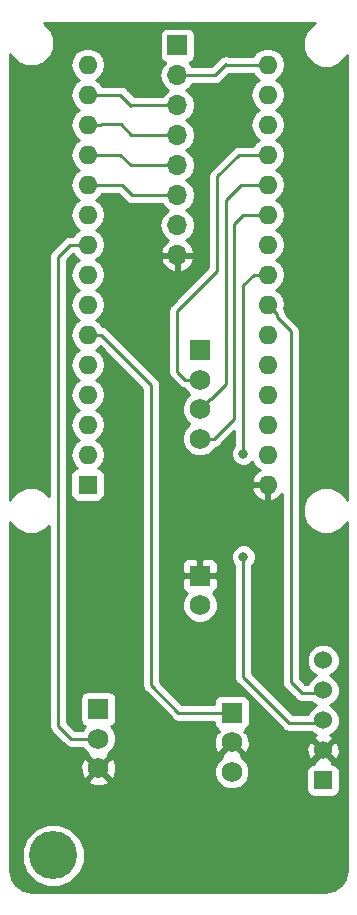
<source format=gtl>
G04 #@! TF.GenerationSoftware,KiCad,Pcbnew,(2018-01-30 revision 342197bb3)-makepkg*
G04 #@! TF.CreationDate,2018-02-10T00:50:16-05:00*
G04 #@! TF.ProjectId,DayClock Circuit,446179436C6F636B2043697263756974,rev?*
G04 #@! TF.SameCoordinates,Original*
G04 #@! TF.FileFunction,Copper,L1,Top,Signal*
G04 #@! TF.FilePolarity,Positive*
%FSLAX46Y46*%
G04 Gerber Fmt 4.6, Leading zero omitted, Abs format (unit mm)*
G04 Created by KiCad (PCBNEW (2018-01-30 revision 342197bb3)-makepkg) date 02/10/18 00:50:16*
%MOMM*%
%LPD*%
G01*
G04 APERTURE LIST*
%ADD10C,1.750000*%
%ADD11R,1.750000X1.750000*%
%ADD12R,1.524000X1.524000*%
%ADD13C,1.524000*%
%ADD14C,4.064000*%
%ADD15O,1.600000X1.600000*%
%ADD16R,1.600000X1.600000*%
%ADD17O,1.700000X1.700000*%
%ADD18R,1.700000X1.700000*%
%ADD19C,0.800000*%
%ADD20C,0.250000*%
%ADD21C,0.254000*%
G04 APERTURE END LIST*
D10*
X19500000Y-64100000D03*
X19500000Y-61600000D03*
D11*
X19500000Y-59100000D03*
X8200000Y-58800000D03*
D10*
X8200000Y-61300000D03*
X8200000Y-63800000D03*
X16800000Y-50000000D03*
D11*
X16800000Y-47500000D03*
D10*
X16800000Y-35900000D03*
X16800000Y-33400000D03*
X16800000Y-30900000D03*
D11*
X16800000Y-28400000D03*
D12*
X27240000Y-64840000D03*
D13*
X27240000Y-62300000D03*
X27240000Y-59760000D03*
X27240000Y-57220000D03*
X27240000Y-54680000D03*
D14*
X4380000Y-71190000D03*
D15*
X22540000Y-4240000D03*
X7300000Y-4240000D03*
X22540000Y-39800000D03*
X7300000Y-6780000D03*
X22540000Y-37260000D03*
X7300000Y-9320000D03*
X22540000Y-34720000D03*
X7300000Y-11860000D03*
X22540000Y-32180000D03*
X7300000Y-14400000D03*
X22540000Y-29640000D03*
X7300000Y-16940000D03*
X22540000Y-27100000D03*
X7300000Y-19480000D03*
X22540000Y-24560000D03*
X7300000Y-22020000D03*
X22540000Y-22020000D03*
X7300000Y-24560000D03*
X22540000Y-19480000D03*
X7300000Y-27100000D03*
X22540000Y-16940000D03*
X7300000Y-29640000D03*
X22540000Y-14400000D03*
X7300000Y-32180000D03*
X22540000Y-11860000D03*
X7300000Y-34720000D03*
X22540000Y-9320000D03*
X7300000Y-37260000D03*
X22540000Y-6780000D03*
D16*
X7300000Y-39800000D03*
D17*
X14900000Y-20380000D03*
X14900000Y-17840000D03*
X14900000Y-15300000D03*
X14900000Y-12760000D03*
X14900000Y-10220000D03*
X14900000Y-7680000D03*
X14900000Y-5140000D03*
D18*
X14900000Y-2600000D03*
D19*
X20500000Y-37200000D03*
X20500000Y-45900000D03*
D20*
X10200000Y-14400000D02*
X11100000Y-15300000D01*
X7300000Y-14400000D02*
X10200000Y-14400000D01*
X11100000Y-15300000D02*
X14900000Y-15300000D01*
X5820000Y-19480000D02*
X4800000Y-20500000D01*
X7300000Y-19480000D02*
X5820000Y-19480000D01*
X4800000Y-20500000D02*
X4800000Y-60200000D01*
X4800000Y-60200000D02*
X5900000Y-61300000D01*
X5900000Y-61300000D02*
X8200000Y-61300000D01*
X20500000Y-22928630D02*
X20500000Y-37200000D01*
X19000000Y-4200000D02*
X19040000Y-4240000D01*
X19040000Y-4240000D02*
X22540000Y-4240000D01*
X18060000Y-5140000D02*
X19000000Y-4200000D01*
X14900000Y-5140000D02*
X18060000Y-5140000D01*
X11000000Y-7700000D02*
X11020000Y-7680000D01*
X11020000Y-7680000D02*
X14900000Y-7680000D01*
X10080000Y-6780000D02*
X11000000Y-7700000D01*
X7300000Y-6780000D02*
X10080000Y-6780000D01*
X10100000Y-9300000D02*
X11020000Y-10220000D01*
X11020000Y-10220000D02*
X14900000Y-10220000D01*
X8451370Y-9300000D02*
X10100000Y-9300000D01*
X7300000Y-9320000D02*
X8431370Y-9320000D01*
X8431370Y-9320000D02*
X8451370Y-9300000D01*
X10060000Y-11860000D02*
X10960000Y-12760000D01*
X7300000Y-11860000D02*
X10060000Y-11860000D01*
X10960000Y-12760000D02*
X14900000Y-12760000D01*
X24500000Y-56500000D02*
X25420000Y-57420000D01*
X25420000Y-57420000D02*
X26940000Y-57420000D01*
X24500000Y-26800000D02*
X24500000Y-56500000D01*
X23339999Y-25639999D02*
X24500000Y-26800000D01*
X22540000Y-24560000D02*
X23339999Y-25359999D01*
X23339999Y-25359999D02*
X23339999Y-25639999D01*
X20500000Y-56100000D02*
X20500000Y-46000000D01*
X20500000Y-56100000D02*
X24360000Y-59960000D01*
X24360000Y-59960000D02*
X26940000Y-59960000D01*
X22540000Y-22020000D02*
X21408630Y-22020000D01*
X21408630Y-22020000D02*
X20500000Y-22928630D01*
X8431370Y-27100000D02*
X12700000Y-31368630D01*
X7300000Y-27100000D02*
X8431370Y-27100000D01*
X12700000Y-31368630D02*
X12700000Y-56800000D01*
X12700000Y-56800000D02*
X15000000Y-59100000D01*
X15000000Y-59100000D02*
X19400000Y-59100000D01*
X19700000Y-22700000D02*
X19700000Y-22500000D01*
X19700000Y-22500000D02*
X19700000Y-17700000D01*
X19700000Y-22500000D02*
X19700000Y-34237436D01*
X19700000Y-34237436D02*
X18037436Y-35900000D01*
X18037436Y-35900000D02*
X16800000Y-35900000D01*
X20460000Y-16940000D02*
X22540000Y-16940000D01*
X19700000Y-17700000D02*
X20460000Y-16940000D01*
X18300000Y-13700000D02*
X20140000Y-11860000D01*
X18300000Y-21700000D02*
X18300000Y-13700000D01*
X14900000Y-25100000D02*
X18300000Y-21700000D01*
X14900000Y-30237436D02*
X14900000Y-25100000D01*
X16800000Y-30900000D02*
X15562564Y-30900000D01*
X15562564Y-30900000D02*
X14900000Y-30237436D01*
X20140000Y-11860000D02*
X22540000Y-11860000D01*
X20300000Y-14400000D02*
X19000000Y-15700000D01*
X22540000Y-14400000D02*
X20300000Y-14400000D01*
X19000000Y-15700000D02*
X19000000Y-31300000D01*
X19000000Y-31300000D02*
X17774999Y-32525001D01*
X17774999Y-32525001D02*
X17674999Y-32525001D01*
X17674999Y-32525001D02*
X16800000Y-33400000D01*
D21*
G36*
X26375588Y-817199D02*
X25817199Y-1375588D01*
X25515000Y-2105159D01*
X25515000Y-2894841D01*
X25817199Y-3624412D01*
X26375588Y-4182801D01*
X27105159Y-4485000D01*
X27894841Y-4485000D01*
X28624412Y-4182801D01*
X29182801Y-3624412D01*
X29265001Y-3425964D01*
X29265000Y-41074035D01*
X29182801Y-40875588D01*
X28624412Y-40317199D01*
X27894841Y-40015000D01*
X27105159Y-40015000D01*
X26375588Y-40317199D01*
X25817199Y-40875588D01*
X25515000Y-41605159D01*
X25515000Y-42394841D01*
X25817199Y-43124412D01*
X26375588Y-43682801D01*
X27105159Y-43985000D01*
X27894841Y-43985000D01*
X28624412Y-43682801D01*
X29182801Y-43124412D01*
X29265000Y-42925967D01*
X29265000Y-72427610D01*
X29117344Y-73169926D01*
X28737862Y-73737861D01*
X28169926Y-74117344D01*
X27427610Y-74265000D01*
X2572390Y-74265000D01*
X1830074Y-74117344D01*
X1262139Y-73737862D01*
X882656Y-73169926D01*
X735000Y-72427610D01*
X735000Y-70659501D01*
X1713000Y-70659501D01*
X1713000Y-71720499D01*
X2119026Y-72700734D01*
X2869266Y-73450974D01*
X3849501Y-73857000D01*
X4910499Y-73857000D01*
X5890734Y-73450974D01*
X6640974Y-72700734D01*
X7047000Y-71720499D01*
X7047000Y-70659501D01*
X6640974Y-69679266D01*
X5890734Y-68929026D01*
X4910499Y-68523000D01*
X3849501Y-68523000D01*
X2869266Y-68929026D01*
X2119026Y-69679266D01*
X1713000Y-70659501D01*
X735000Y-70659501D01*
X735000Y-64862060D01*
X7317545Y-64862060D01*
X7400884Y-65115953D01*
X7965306Y-65321590D01*
X8565458Y-65295579D01*
X8999116Y-65115953D01*
X9082455Y-64862060D01*
X8200000Y-63979605D01*
X7317545Y-64862060D01*
X735000Y-64862060D01*
X735000Y-63565306D01*
X6678410Y-63565306D01*
X6704421Y-64165458D01*
X6884047Y-64599116D01*
X7137940Y-64682455D01*
X8020395Y-63800000D01*
X8379605Y-63800000D01*
X9262060Y-64682455D01*
X9515953Y-64599116D01*
X9721590Y-64034694D01*
X9711403Y-63799642D01*
X17990000Y-63799642D01*
X17990000Y-64400358D01*
X18219884Y-64955346D01*
X18644654Y-65380116D01*
X19199642Y-65610000D01*
X19800358Y-65610000D01*
X20355346Y-65380116D01*
X20780116Y-64955346D01*
X21010000Y-64400358D01*
X21010000Y-64078000D01*
X25830560Y-64078000D01*
X25830560Y-65602000D01*
X25879843Y-65849765D01*
X26020191Y-66059809D01*
X26230235Y-66200157D01*
X26478000Y-66249440D01*
X28002000Y-66249440D01*
X28249765Y-66200157D01*
X28459809Y-66059809D01*
X28600157Y-65849765D01*
X28649440Y-65602000D01*
X28649440Y-64078000D01*
X28600157Y-63830235D01*
X28459809Y-63620191D01*
X28249765Y-63479843D01*
X28002000Y-63430560D01*
X27997484Y-63430560D01*
X28040608Y-63280213D01*
X27240000Y-62479605D01*
X26439392Y-63280213D01*
X26482516Y-63430560D01*
X26478000Y-63430560D01*
X26230235Y-63479843D01*
X26020191Y-63620191D01*
X25879843Y-63830235D01*
X25830560Y-64078000D01*
X21010000Y-64078000D01*
X21010000Y-63799642D01*
X20780116Y-63244654D01*
X20355346Y-62819884D01*
X20333606Y-62810879D01*
X20382455Y-62662060D01*
X19500000Y-61779605D01*
X18617545Y-62662060D01*
X18666394Y-62810879D01*
X18644654Y-62819884D01*
X18219884Y-63244654D01*
X17990000Y-63799642D01*
X9711403Y-63799642D01*
X9695579Y-63434542D01*
X9515953Y-63000884D01*
X9262060Y-62917545D01*
X8379605Y-63800000D01*
X8020395Y-63800000D01*
X7137940Y-62917545D01*
X6884047Y-63000884D01*
X6678410Y-63565306D01*
X735000Y-63565306D01*
X735000Y-42925967D01*
X817199Y-43124412D01*
X1375588Y-43682801D01*
X2105159Y-43985000D01*
X2894841Y-43985000D01*
X3624412Y-43682801D01*
X4040001Y-43267212D01*
X4040001Y-60125148D01*
X4025112Y-60200000D01*
X4084097Y-60496537D01*
X4203946Y-60675903D01*
X4252072Y-60747929D01*
X4315528Y-60790329D01*
X5309671Y-61784473D01*
X5352071Y-61847929D01*
X5603463Y-62015904D01*
X5825148Y-62060000D01*
X5825153Y-62060000D01*
X5900000Y-62074888D01*
X5974847Y-62060000D01*
X6880390Y-62060000D01*
X6919884Y-62155346D01*
X7344654Y-62580116D01*
X7366394Y-62589121D01*
X7317545Y-62737940D01*
X8200000Y-63620395D01*
X9082455Y-62737940D01*
X9033606Y-62589121D01*
X9055346Y-62580116D01*
X9480116Y-62155346D01*
X9710000Y-61600358D01*
X9710000Y-60999642D01*
X9480116Y-60444654D01*
X9310966Y-60275504D01*
X9322765Y-60273157D01*
X9532809Y-60132809D01*
X9673157Y-59922765D01*
X9722440Y-59675000D01*
X9722440Y-57925000D01*
X9673157Y-57677235D01*
X9532809Y-57467191D01*
X9322765Y-57326843D01*
X9075000Y-57277560D01*
X7325000Y-57277560D01*
X7077235Y-57326843D01*
X6867191Y-57467191D01*
X6726843Y-57677235D01*
X6677560Y-57925000D01*
X6677560Y-59675000D01*
X6726843Y-59922765D01*
X6867191Y-60132809D01*
X7077235Y-60273157D01*
X7089034Y-60275504D01*
X6919884Y-60444654D01*
X6880390Y-60540000D01*
X6214802Y-60540000D01*
X5560000Y-59885199D01*
X5560000Y-20814801D01*
X6103123Y-20271678D01*
X6265423Y-20514577D01*
X6617758Y-20750000D01*
X6265423Y-20985423D01*
X5948260Y-21460091D01*
X5836887Y-22020000D01*
X5948260Y-22579909D01*
X6265423Y-23054577D01*
X6617758Y-23290000D01*
X6265423Y-23525423D01*
X5948260Y-24000091D01*
X5836887Y-24560000D01*
X5948260Y-25119909D01*
X6265423Y-25594577D01*
X6617758Y-25830000D01*
X6265423Y-26065423D01*
X5948260Y-26540091D01*
X5836887Y-27100000D01*
X5948260Y-27659909D01*
X6265423Y-28134577D01*
X6617758Y-28370000D01*
X6265423Y-28605423D01*
X5948260Y-29080091D01*
X5836887Y-29640000D01*
X5948260Y-30199909D01*
X6265423Y-30674577D01*
X6617758Y-30910000D01*
X6265423Y-31145423D01*
X5948260Y-31620091D01*
X5836887Y-32180000D01*
X5948260Y-32739909D01*
X6265423Y-33214577D01*
X6617758Y-33450000D01*
X6265423Y-33685423D01*
X5948260Y-34160091D01*
X5836887Y-34720000D01*
X5948260Y-35279909D01*
X6265423Y-35754577D01*
X6617758Y-35990000D01*
X6265423Y-36225423D01*
X5948260Y-36700091D01*
X5836887Y-37260000D01*
X5948260Y-37819909D01*
X6265423Y-38294577D01*
X6386106Y-38375215D01*
X6252235Y-38401843D01*
X6042191Y-38542191D01*
X5901843Y-38752235D01*
X5852560Y-39000000D01*
X5852560Y-40600000D01*
X5901843Y-40847765D01*
X6042191Y-41057809D01*
X6252235Y-41198157D01*
X6500000Y-41247440D01*
X8100000Y-41247440D01*
X8347765Y-41198157D01*
X8557809Y-41057809D01*
X8698157Y-40847765D01*
X8747440Y-40600000D01*
X8747440Y-39000000D01*
X8698157Y-38752235D01*
X8557809Y-38542191D01*
X8347765Y-38401843D01*
X8213894Y-38375215D01*
X8334577Y-38294577D01*
X8651740Y-37819909D01*
X8763113Y-37260000D01*
X8651740Y-36700091D01*
X8334577Y-36225423D01*
X7982242Y-35990000D01*
X8334577Y-35754577D01*
X8651740Y-35279909D01*
X8763113Y-34720000D01*
X8651740Y-34160091D01*
X8334577Y-33685423D01*
X7982242Y-33450000D01*
X8334577Y-33214577D01*
X8651740Y-32739909D01*
X8763113Y-32180000D01*
X8651740Y-31620091D01*
X8334577Y-31145423D01*
X7982242Y-30910000D01*
X8334577Y-30674577D01*
X8651740Y-30199909D01*
X8763113Y-29640000D01*
X8651740Y-29080091D01*
X8334577Y-28605423D01*
X7982242Y-28370000D01*
X8334577Y-28134577D01*
X8357235Y-28100667D01*
X11940000Y-31683433D01*
X11940001Y-56725148D01*
X11925112Y-56800000D01*
X11984097Y-57096537D01*
X12063856Y-57215904D01*
X12152072Y-57347929D01*
X12215528Y-57390329D01*
X14409671Y-59584473D01*
X14452071Y-59647929D01*
X14703463Y-59815904D01*
X14925148Y-59860000D01*
X14925152Y-59860000D01*
X14999999Y-59874888D01*
X15074846Y-59860000D01*
X17977560Y-59860000D01*
X17977560Y-59975000D01*
X18026843Y-60222765D01*
X18167191Y-60432809D01*
X18362745Y-60563475D01*
X18323306Y-60602914D01*
X18437938Y-60717546D01*
X18184047Y-60800884D01*
X17978410Y-61365306D01*
X18004421Y-61965458D01*
X18184047Y-62399116D01*
X18437940Y-62482455D01*
X19320395Y-61600000D01*
X19306253Y-61585858D01*
X19485858Y-61406253D01*
X19500000Y-61420395D01*
X19514143Y-61406253D01*
X19693748Y-61585858D01*
X19679605Y-61600000D01*
X20562060Y-62482455D01*
X20815953Y-62399116D01*
X20927735Y-62092302D01*
X25830856Y-62092302D01*
X25858638Y-62647368D01*
X26017603Y-63031143D01*
X26259787Y-63100608D01*
X27060395Y-62300000D01*
X27419605Y-62300000D01*
X28220213Y-63100608D01*
X28462397Y-63031143D01*
X28649144Y-62507698D01*
X28621362Y-61952632D01*
X28462397Y-61568857D01*
X28220213Y-61499392D01*
X27419605Y-62300000D01*
X27060395Y-62300000D01*
X26259787Y-61499392D01*
X26017603Y-61568857D01*
X25830856Y-62092302D01*
X20927735Y-62092302D01*
X21021590Y-61834694D01*
X20995579Y-61234542D01*
X20815953Y-60800884D01*
X20562062Y-60717546D01*
X20676694Y-60602914D01*
X20637255Y-60563475D01*
X20832809Y-60432809D01*
X20973157Y-60222765D01*
X21022440Y-59975000D01*
X21022440Y-58225000D01*
X20973157Y-57977235D01*
X20832809Y-57767191D01*
X20622765Y-57626843D01*
X20375000Y-57577560D01*
X18625000Y-57577560D01*
X18377235Y-57626843D01*
X18167191Y-57767191D01*
X18026843Y-57977235D01*
X17977560Y-58225000D01*
X17977560Y-58340000D01*
X15314802Y-58340000D01*
X13460000Y-56485199D01*
X13460000Y-47785750D01*
X15290000Y-47785750D01*
X15290000Y-48501309D01*
X15386673Y-48734698D01*
X15565301Y-48913327D01*
X15696759Y-48967779D01*
X15519884Y-49144654D01*
X15290000Y-49699642D01*
X15290000Y-50300358D01*
X15519884Y-50855346D01*
X15944654Y-51280116D01*
X16499642Y-51510000D01*
X17100358Y-51510000D01*
X17655346Y-51280116D01*
X18080116Y-50855346D01*
X18310000Y-50300358D01*
X18310000Y-49699642D01*
X18080116Y-49144654D01*
X17903241Y-48967779D01*
X18034699Y-48913327D01*
X18213327Y-48734698D01*
X18310000Y-48501309D01*
X18310000Y-47785750D01*
X18151250Y-47627000D01*
X16927000Y-47627000D01*
X16927000Y-47647000D01*
X16673000Y-47647000D01*
X16673000Y-47627000D01*
X15448750Y-47627000D01*
X15290000Y-47785750D01*
X13460000Y-47785750D01*
X13460000Y-46498691D01*
X15290000Y-46498691D01*
X15290000Y-47214250D01*
X15448750Y-47373000D01*
X16673000Y-47373000D01*
X16673000Y-46148750D01*
X16927000Y-46148750D01*
X16927000Y-47373000D01*
X18151250Y-47373000D01*
X18310000Y-47214250D01*
X18310000Y-46498691D01*
X18213327Y-46265302D01*
X18034699Y-46086673D01*
X17801310Y-45990000D01*
X17085750Y-45990000D01*
X16927000Y-46148750D01*
X16673000Y-46148750D01*
X16514250Y-45990000D01*
X15798690Y-45990000D01*
X15565301Y-46086673D01*
X15386673Y-46265302D01*
X15290000Y-46498691D01*
X13460000Y-46498691D01*
X13460000Y-40149039D01*
X21148096Y-40149039D01*
X21308959Y-40537423D01*
X21684866Y-40952389D01*
X22190959Y-41191914D01*
X22413000Y-41070629D01*
X22413000Y-39927000D01*
X21270085Y-39927000D01*
X21148096Y-40149039D01*
X13460000Y-40149039D01*
X13460000Y-31443476D01*
X13474888Y-31368629D01*
X13460000Y-31293782D01*
X13460000Y-31293778D01*
X13415904Y-31072093D01*
X13336556Y-30953340D01*
X13290329Y-30884156D01*
X13290327Y-30884154D01*
X13247929Y-30820701D01*
X13184476Y-30778303D01*
X9021701Y-26615530D01*
X8979299Y-26552071D01*
X8727907Y-26384096D01*
X8519855Y-26342712D01*
X8334577Y-26065423D01*
X7982242Y-25830000D01*
X8334577Y-25594577D01*
X8651740Y-25119909D01*
X8763113Y-24560000D01*
X8651740Y-24000091D01*
X8334577Y-23525423D01*
X7982242Y-23290000D01*
X8334577Y-23054577D01*
X8651740Y-22579909D01*
X8763113Y-22020000D01*
X8651740Y-21460091D01*
X8334577Y-20985423D01*
X7982242Y-20750000D01*
X8001862Y-20736890D01*
X13458524Y-20736890D01*
X13628355Y-21146924D01*
X14018642Y-21575183D01*
X14543108Y-21821486D01*
X14773000Y-21700819D01*
X14773000Y-20507000D01*
X15027000Y-20507000D01*
X15027000Y-21700819D01*
X15256892Y-21821486D01*
X15781358Y-21575183D01*
X16171645Y-21146924D01*
X16341476Y-20736890D01*
X16220155Y-20507000D01*
X15027000Y-20507000D01*
X14773000Y-20507000D01*
X13579845Y-20507000D01*
X13458524Y-20736890D01*
X8001862Y-20736890D01*
X8334577Y-20514577D01*
X8651740Y-20039909D01*
X8763113Y-19480000D01*
X8651740Y-18920091D01*
X8334577Y-18445423D01*
X7982242Y-18210000D01*
X8334577Y-17974577D01*
X8651740Y-17499909D01*
X8763113Y-16940000D01*
X8651740Y-16380091D01*
X8334577Y-15905423D01*
X7982242Y-15670000D01*
X8334577Y-15434577D01*
X8518043Y-15160000D01*
X9885199Y-15160000D01*
X10509671Y-15784473D01*
X10552071Y-15847929D01*
X10803463Y-16015904D01*
X11025148Y-16060000D01*
X11025152Y-16060000D01*
X11099999Y-16074888D01*
X11174846Y-16060000D01*
X13621822Y-16060000D01*
X13829375Y-16370625D01*
X14127761Y-16570000D01*
X13829375Y-16769375D01*
X13501161Y-17260582D01*
X13385908Y-17840000D01*
X13501161Y-18419418D01*
X13829375Y-18910625D01*
X14148478Y-19123843D01*
X14018642Y-19184817D01*
X13628355Y-19613076D01*
X13458524Y-20023110D01*
X13579845Y-20253000D01*
X14773000Y-20253000D01*
X14773000Y-20233000D01*
X15027000Y-20233000D01*
X15027000Y-20253000D01*
X16220155Y-20253000D01*
X16341476Y-20023110D01*
X16171645Y-19613076D01*
X15781358Y-19184817D01*
X15651522Y-19123843D01*
X15970625Y-18910625D01*
X16298839Y-18419418D01*
X16414092Y-17840000D01*
X16298839Y-17260582D01*
X15970625Y-16769375D01*
X15672239Y-16570000D01*
X15970625Y-16370625D01*
X16298839Y-15879418D01*
X16414092Y-15300000D01*
X16298839Y-14720582D01*
X15970625Y-14229375D01*
X15672239Y-14030000D01*
X15970625Y-13830625D01*
X16298839Y-13339418D01*
X16414092Y-12760000D01*
X16298839Y-12180582D01*
X15970625Y-11689375D01*
X15672239Y-11490000D01*
X15970625Y-11290625D01*
X16298839Y-10799418D01*
X16414092Y-10220000D01*
X16298839Y-9640582D01*
X15970625Y-9149375D01*
X15672239Y-8950000D01*
X15970625Y-8750625D01*
X16298839Y-8259418D01*
X16414092Y-7680000D01*
X16298839Y-7100582D01*
X15970625Y-6609375D01*
X15672239Y-6410000D01*
X15970625Y-6210625D01*
X16178178Y-5900000D01*
X17985153Y-5900000D01*
X18060000Y-5914888D01*
X18134847Y-5900000D01*
X18134852Y-5900000D01*
X18356537Y-5855904D01*
X18607929Y-5687929D01*
X18650331Y-5624470D01*
X19274802Y-5000000D01*
X21321957Y-5000000D01*
X21505423Y-5274577D01*
X21857758Y-5510000D01*
X21505423Y-5745423D01*
X21188260Y-6220091D01*
X21076887Y-6780000D01*
X21188260Y-7339909D01*
X21505423Y-7814577D01*
X21857758Y-8050000D01*
X21505423Y-8285423D01*
X21188260Y-8760091D01*
X21076887Y-9320000D01*
X21188260Y-9879909D01*
X21505423Y-10354577D01*
X21857758Y-10590000D01*
X21505423Y-10825423D01*
X21321957Y-11100000D01*
X20214847Y-11100000D01*
X20140000Y-11085112D01*
X20065153Y-11100000D01*
X20065148Y-11100000D01*
X19843463Y-11144096D01*
X19592071Y-11312071D01*
X19549671Y-11375527D01*
X17815528Y-13109671D01*
X17752072Y-13152071D01*
X17709672Y-13215527D01*
X17709671Y-13215528D01*
X17584097Y-13403463D01*
X17525112Y-13700000D01*
X17540001Y-13774852D01*
X17540000Y-21385198D01*
X14415528Y-24509671D01*
X14352072Y-24552071D01*
X14309672Y-24615527D01*
X14309671Y-24615528D01*
X14184097Y-24803463D01*
X14125112Y-25100000D01*
X14140001Y-25174852D01*
X14140000Y-30162589D01*
X14125112Y-30237436D01*
X14140000Y-30312283D01*
X14140000Y-30312287D01*
X14184096Y-30533972D01*
X14352071Y-30785365D01*
X14415530Y-30827767D01*
X14972235Y-31384473D01*
X15014635Y-31447929D01*
X15266027Y-31615904D01*
X15479733Y-31658413D01*
X15519884Y-31755346D01*
X15914538Y-32150000D01*
X15519884Y-32544654D01*
X15290000Y-33099642D01*
X15290000Y-33700358D01*
X15519884Y-34255346D01*
X15914538Y-34650000D01*
X15519884Y-35044654D01*
X15290000Y-35599642D01*
X15290000Y-36200358D01*
X15519884Y-36755346D01*
X15944654Y-37180116D01*
X16499642Y-37410000D01*
X17100358Y-37410000D01*
X17655346Y-37180116D01*
X18080116Y-36755346D01*
X18120267Y-36658413D01*
X18333973Y-36615904D01*
X18585365Y-36447929D01*
X18627767Y-36384470D01*
X19740001Y-35272237D01*
X19740001Y-36496288D01*
X19622569Y-36613720D01*
X19465000Y-36994126D01*
X19465000Y-37405874D01*
X19622569Y-37786280D01*
X19913720Y-38077431D01*
X20294126Y-38235000D01*
X20705874Y-38235000D01*
X21086280Y-38077431D01*
X21250561Y-37913150D01*
X21505423Y-38294577D01*
X21889108Y-38550947D01*
X21684866Y-38647611D01*
X21308959Y-39062577D01*
X21148096Y-39450961D01*
X21270085Y-39673000D01*
X22413000Y-39673000D01*
X22413000Y-39653000D01*
X22667000Y-39653000D01*
X22667000Y-39673000D01*
X22687000Y-39673000D01*
X22687000Y-39927000D01*
X22667000Y-39927000D01*
X22667000Y-41070629D01*
X22889041Y-41191914D01*
X23395134Y-40952389D01*
X23740000Y-40571689D01*
X23740001Y-56425148D01*
X23725112Y-56500000D01*
X23784097Y-56796537D01*
X23876967Y-56935526D01*
X23952072Y-57047929D01*
X24015527Y-57090329D01*
X24829673Y-57904475D01*
X24872071Y-57967929D01*
X24935524Y-58010327D01*
X24935526Y-58010329D01*
X25060902Y-58094102D01*
X25123463Y-58135904D01*
X25345148Y-58180000D01*
X25345152Y-58180000D01*
X25419999Y-58194888D01*
X25494846Y-58180000D01*
X26224343Y-58180000D01*
X26448663Y-58404320D01*
X26655513Y-58490000D01*
X26448663Y-58575680D01*
X26055680Y-58968663D01*
X25959857Y-59200000D01*
X24674803Y-59200000D01*
X21260000Y-55785199D01*
X21260000Y-46603711D01*
X21377431Y-46486280D01*
X21535000Y-46105874D01*
X21535000Y-45694126D01*
X21377431Y-45313720D01*
X21086280Y-45022569D01*
X20705874Y-44865000D01*
X20294126Y-44865000D01*
X19913720Y-45022569D01*
X19622569Y-45313720D01*
X19465000Y-45694126D01*
X19465000Y-46105874D01*
X19622569Y-46486280D01*
X19740001Y-46603712D01*
X19740000Y-56025153D01*
X19725112Y-56100000D01*
X19740000Y-56174847D01*
X19740000Y-56174851D01*
X19784096Y-56396536D01*
X19952071Y-56647929D01*
X20015530Y-56690331D01*
X23769673Y-60444476D01*
X23812071Y-60507929D01*
X23875524Y-60550327D01*
X23875526Y-60550329D01*
X24000902Y-60634102D01*
X24063463Y-60675904D01*
X24285148Y-60720000D01*
X24285152Y-60720000D01*
X24359999Y-60734888D01*
X24434846Y-60720000D01*
X26224343Y-60720000D01*
X26448663Y-60944320D01*
X26639647Y-61023428D01*
X26508857Y-61077603D01*
X26439392Y-61319787D01*
X27240000Y-62120395D01*
X28040608Y-61319787D01*
X27971143Y-61077603D01*
X27830607Y-61027465D01*
X28031337Y-60944320D01*
X28424320Y-60551337D01*
X28637000Y-60037881D01*
X28637000Y-59482119D01*
X28424320Y-58968663D01*
X28031337Y-58575680D01*
X27824487Y-58490000D01*
X28031337Y-58404320D01*
X28424320Y-58011337D01*
X28637000Y-57497881D01*
X28637000Y-56942119D01*
X28424320Y-56428663D01*
X28031337Y-56035680D01*
X27824487Y-55950000D01*
X28031337Y-55864320D01*
X28424320Y-55471337D01*
X28637000Y-54957881D01*
X28637000Y-54402119D01*
X28424320Y-53888663D01*
X28031337Y-53495680D01*
X27517881Y-53283000D01*
X26962119Y-53283000D01*
X26448663Y-53495680D01*
X26055680Y-53888663D01*
X25843000Y-54402119D01*
X25843000Y-54957881D01*
X26055680Y-55471337D01*
X26448663Y-55864320D01*
X26655513Y-55950000D01*
X26448663Y-56035680D01*
X26055680Y-56428663D01*
X25959857Y-56660000D01*
X25734802Y-56660000D01*
X25260000Y-56185198D01*
X25260000Y-26874846D01*
X25274888Y-26799999D01*
X25260000Y-26725152D01*
X25260000Y-26725148D01*
X25215904Y-26503463D01*
X25047929Y-26252071D01*
X24984473Y-26209671D01*
X24109943Y-25335141D01*
X24099999Y-25285151D01*
X24099999Y-25285147D01*
X24055903Y-25063462D01*
X24014101Y-25000901D01*
X23938052Y-24887084D01*
X24003113Y-24560000D01*
X23891740Y-24000091D01*
X23574577Y-23525423D01*
X23222242Y-23290000D01*
X23574577Y-23054577D01*
X23891740Y-22579909D01*
X24003113Y-22020000D01*
X23891740Y-21460091D01*
X23574577Y-20985423D01*
X23222242Y-20750000D01*
X23574577Y-20514577D01*
X23891740Y-20039909D01*
X24003113Y-19480000D01*
X23891740Y-18920091D01*
X23574577Y-18445423D01*
X23222242Y-18210000D01*
X23574577Y-17974577D01*
X23891740Y-17499909D01*
X24003113Y-16940000D01*
X23891740Y-16380091D01*
X23574577Y-15905423D01*
X23222242Y-15670000D01*
X23574577Y-15434577D01*
X23891740Y-14959909D01*
X24003113Y-14400000D01*
X23891740Y-13840091D01*
X23574577Y-13365423D01*
X23222242Y-13130000D01*
X23574577Y-12894577D01*
X23891740Y-12419909D01*
X24003113Y-11860000D01*
X23891740Y-11300091D01*
X23574577Y-10825423D01*
X23222242Y-10590000D01*
X23574577Y-10354577D01*
X23891740Y-9879909D01*
X24003113Y-9320000D01*
X23891740Y-8760091D01*
X23574577Y-8285423D01*
X23222242Y-8050000D01*
X23574577Y-7814577D01*
X23891740Y-7339909D01*
X24003113Y-6780000D01*
X23891740Y-6220091D01*
X23574577Y-5745423D01*
X23222242Y-5510000D01*
X23574577Y-5274577D01*
X23891740Y-4799909D01*
X24003113Y-4240000D01*
X23891740Y-3680091D01*
X23574577Y-3205423D01*
X23099909Y-2888260D01*
X22681333Y-2805000D01*
X22398667Y-2805000D01*
X21980091Y-2888260D01*
X21505423Y-3205423D01*
X21321957Y-3480000D01*
X19275945Y-3480000D01*
X19000000Y-3425112D01*
X18703462Y-3484096D01*
X18515527Y-3609671D01*
X18452071Y-3652071D01*
X18409672Y-3715527D01*
X17745199Y-4380000D01*
X16178178Y-4380000D01*
X15970625Y-4069375D01*
X15952381Y-4057184D01*
X15997765Y-4048157D01*
X16207809Y-3907809D01*
X16348157Y-3697765D01*
X16397440Y-3450000D01*
X16397440Y-1750000D01*
X16348157Y-1502235D01*
X16207809Y-1292191D01*
X15997765Y-1151843D01*
X15750000Y-1102560D01*
X14050000Y-1102560D01*
X13802235Y-1151843D01*
X13592191Y-1292191D01*
X13451843Y-1502235D01*
X13402560Y-1750000D01*
X13402560Y-3450000D01*
X13451843Y-3697765D01*
X13592191Y-3907809D01*
X13802235Y-4048157D01*
X13847619Y-4057184D01*
X13829375Y-4069375D01*
X13501161Y-4560582D01*
X13385908Y-5140000D01*
X13501161Y-5719418D01*
X13829375Y-6210625D01*
X14127761Y-6410000D01*
X13829375Y-6609375D01*
X13621822Y-6920000D01*
X11294802Y-6920000D01*
X10670331Y-6295529D01*
X10627929Y-6232071D01*
X10376537Y-6064096D01*
X10154852Y-6020000D01*
X10154847Y-6020000D01*
X10080000Y-6005112D01*
X10005153Y-6020000D01*
X8518043Y-6020000D01*
X8334577Y-5745423D01*
X7982242Y-5510000D01*
X8334577Y-5274577D01*
X8651740Y-4799909D01*
X8763113Y-4240000D01*
X8651740Y-3680091D01*
X8334577Y-3205423D01*
X7859909Y-2888260D01*
X7441333Y-2805000D01*
X7158667Y-2805000D01*
X6740091Y-2888260D01*
X6265423Y-3205423D01*
X5948260Y-3680091D01*
X5836887Y-4240000D01*
X5948260Y-4799909D01*
X6265423Y-5274577D01*
X6617758Y-5510000D01*
X6265423Y-5745423D01*
X5948260Y-6220091D01*
X5836887Y-6780000D01*
X5948260Y-7339909D01*
X6265423Y-7814577D01*
X6617758Y-8050000D01*
X6265423Y-8285423D01*
X5948260Y-8760091D01*
X5836887Y-9320000D01*
X5948260Y-9879909D01*
X6265423Y-10354577D01*
X6617758Y-10590000D01*
X6265423Y-10825423D01*
X5948260Y-11300091D01*
X5836887Y-11860000D01*
X5948260Y-12419909D01*
X6265423Y-12894577D01*
X6617758Y-13130000D01*
X6265423Y-13365423D01*
X5948260Y-13840091D01*
X5836887Y-14400000D01*
X5948260Y-14959909D01*
X6265423Y-15434577D01*
X6617758Y-15670000D01*
X6265423Y-15905423D01*
X5948260Y-16380091D01*
X5836887Y-16940000D01*
X5948260Y-17499909D01*
X6265423Y-17974577D01*
X6617758Y-18210000D01*
X6265423Y-18445423D01*
X6081957Y-18720000D01*
X5894848Y-18720000D01*
X5820000Y-18705112D01*
X5745152Y-18720000D01*
X5745148Y-18720000D01*
X5571605Y-18754520D01*
X5523462Y-18764096D01*
X5336418Y-18889076D01*
X5272071Y-18932071D01*
X5229671Y-18995527D01*
X4315530Y-19909669D01*
X4252071Y-19952071D01*
X4084096Y-20203464D01*
X4040000Y-20425149D01*
X4040000Y-20425153D01*
X4025112Y-20500000D01*
X4040000Y-20574847D01*
X4040001Y-40732788D01*
X3624412Y-40317199D01*
X2894841Y-40015000D01*
X2105159Y-40015000D01*
X1375588Y-40317199D01*
X817199Y-40875588D01*
X735000Y-41074033D01*
X735000Y-3325967D01*
X817199Y-3524412D01*
X1375588Y-4082801D01*
X2105159Y-4385000D01*
X2894841Y-4385000D01*
X3624412Y-4082801D01*
X4182801Y-3524412D01*
X4485000Y-2794841D01*
X4485000Y-2005159D01*
X4182801Y-1275588D01*
X3642213Y-735000D01*
X26574033Y-735000D01*
X26375588Y-817199D01*
X26375588Y-817199D01*
G37*
X26375588Y-817199D02*
X25817199Y-1375588D01*
X25515000Y-2105159D01*
X25515000Y-2894841D01*
X25817199Y-3624412D01*
X26375588Y-4182801D01*
X27105159Y-4485000D01*
X27894841Y-4485000D01*
X28624412Y-4182801D01*
X29182801Y-3624412D01*
X29265001Y-3425964D01*
X29265000Y-41074035D01*
X29182801Y-40875588D01*
X28624412Y-40317199D01*
X27894841Y-40015000D01*
X27105159Y-40015000D01*
X26375588Y-40317199D01*
X25817199Y-40875588D01*
X25515000Y-41605159D01*
X25515000Y-42394841D01*
X25817199Y-43124412D01*
X26375588Y-43682801D01*
X27105159Y-43985000D01*
X27894841Y-43985000D01*
X28624412Y-43682801D01*
X29182801Y-43124412D01*
X29265000Y-42925967D01*
X29265000Y-72427610D01*
X29117344Y-73169926D01*
X28737862Y-73737861D01*
X28169926Y-74117344D01*
X27427610Y-74265000D01*
X2572390Y-74265000D01*
X1830074Y-74117344D01*
X1262139Y-73737862D01*
X882656Y-73169926D01*
X735000Y-72427610D01*
X735000Y-70659501D01*
X1713000Y-70659501D01*
X1713000Y-71720499D01*
X2119026Y-72700734D01*
X2869266Y-73450974D01*
X3849501Y-73857000D01*
X4910499Y-73857000D01*
X5890734Y-73450974D01*
X6640974Y-72700734D01*
X7047000Y-71720499D01*
X7047000Y-70659501D01*
X6640974Y-69679266D01*
X5890734Y-68929026D01*
X4910499Y-68523000D01*
X3849501Y-68523000D01*
X2869266Y-68929026D01*
X2119026Y-69679266D01*
X1713000Y-70659501D01*
X735000Y-70659501D01*
X735000Y-64862060D01*
X7317545Y-64862060D01*
X7400884Y-65115953D01*
X7965306Y-65321590D01*
X8565458Y-65295579D01*
X8999116Y-65115953D01*
X9082455Y-64862060D01*
X8200000Y-63979605D01*
X7317545Y-64862060D01*
X735000Y-64862060D01*
X735000Y-63565306D01*
X6678410Y-63565306D01*
X6704421Y-64165458D01*
X6884047Y-64599116D01*
X7137940Y-64682455D01*
X8020395Y-63800000D01*
X8379605Y-63800000D01*
X9262060Y-64682455D01*
X9515953Y-64599116D01*
X9721590Y-64034694D01*
X9711403Y-63799642D01*
X17990000Y-63799642D01*
X17990000Y-64400358D01*
X18219884Y-64955346D01*
X18644654Y-65380116D01*
X19199642Y-65610000D01*
X19800358Y-65610000D01*
X20355346Y-65380116D01*
X20780116Y-64955346D01*
X21010000Y-64400358D01*
X21010000Y-64078000D01*
X25830560Y-64078000D01*
X25830560Y-65602000D01*
X25879843Y-65849765D01*
X26020191Y-66059809D01*
X26230235Y-66200157D01*
X26478000Y-66249440D01*
X28002000Y-66249440D01*
X28249765Y-66200157D01*
X28459809Y-66059809D01*
X28600157Y-65849765D01*
X28649440Y-65602000D01*
X28649440Y-64078000D01*
X28600157Y-63830235D01*
X28459809Y-63620191D01*
X28249765Y-63479843D01*
X28002000Y-63430560D01*
X27997484Y-63430560D01*
X28040608Y-63280213D01*
X27240000Y-62479605D01*
X26439392Y-63280213D01*
X26482516Y-63430560D01*
X26478000Y-63430560D01*
X26230235Y-63479843D01*
X26020191Y-63620191D01*
X25879843Y-63830235D01*
X25830560Y-64078000D01*
X21010000Y-64078000D01*
X21010000Y-63799642D01*
X20780116Y-63244654D01*
X20355346Y-62819884D01*
X20333606Y-62810879D01*
X20382455Y-62662060D01*
X19500000Y-61779605D01*
X18617545Y-62662060D01*
X18666394Y-62810879D01*
X18644654Y-62819884D01*
X18219884Y-63244654D01*
X17990000Y-63799642D01*
X9711403Y-63799642D01*
X9695579Y-63434542D01*
X9515953Y-63000884D01*
X9262060Y-62917545D01*
X8379605Y-63800000D01*
X8020395Y-63800000D01*
X7137940Y-62917545D01*
X6884047Y-63000884D01*
X6678410Y-63565306D01*
X735000Y-63565306D01*
X735000Y-42925967D01*
X817199Y-43124412D01*
X1375588Y-43682801D01*
X2105159Y-43985000D01*
X2894841Y-43985000D01*
X3624412Y-43682801D01*
X4040001Y-43267212D01*
X4040001Y-60125148D01*
X4025112Y-60200000D01*
X4084097Y-60496537D01*
X4203946Y-60675903D01*
X4252072Y-60747929D01*
X4315528Y-60790329D01*
X5309671Y-61784473D01*
X5352071Y-61847929D01*
X5603463Y-62015904D01*
X5825148Y-62060000D01*
X5825153Y-62060000D01*
X5900000Y-62074888D01*
X5974847Y-62060000D01*
X6880390Y-62060000D01*
X6919884Y-62155346D01*
X7344654Y-62580116D01*
X7366394Y-62589121D01*
X7317545Y-62737940D01*
X8200000Y-63620395D01*
X9082455Y-62737940D01*
X9033606Y-62589121D01*
X9055346Y-62580116D01*
X9480116Y-62155346D01*
X9710000Y-61600358D01*
X9710000Y-60999642D01*
X9480116Y-60444654D01*
X9310966Y-60275504D01*
X9322765Y-60273157D01*
X9532809Y-60132809D01*
X9673157Y-59922765D01*
X9722440Y-59675000D01*
X9722440Y-57925000D01*
X9673157Y-57677235D01*
X9532809Y-57467191D01*
X9322765Y-57326843D01*
X9075000Y-57277560D01*
X7325000Y-57277560D01*
X7077235Y-57326843D01*
X6867191Y-57467191D01*
X6726843Y-57677235D01*
X6677560Y-57925000D01*
X6677560Y-59675000D01*
X6726843Y-59922765D01*
X6867191Y-60132809D01*
X7077235Y-60273157D01*
X7089034Y-60275504D01*
X6919884Y-60444654D01*
X6880390Y-60540000D01*
X6214802Y-60540000D01*
X5560000Y-59885199D01*
X5560000Y-20814801D01*
X6103123Y-20271678D01*
X6265423Y-20514577D01*
X6617758Y-20750000D01*
X6265423Y-20985423D01*
X5948260Y-21460091D01*
X5836887Y-22020000D01*
X5948260Y-22579909D01*
X6265423Y-23054577D01*
X6617758Y-23290000D01*
X6265423Y-23525423D01*
X5948260Y-24000091D01*
X5836887Y-24560000D01*
X5948260Y-25119909D01*
X6265423Y-25594577D01*
X6617758Y-25830000D01*
X6265423Y-26065423D01*
X5948260Y-26540091D01*
X5836887Y-27100000D01*
X5948260Y-27659909D01*
X6265423Y-28134577D01*
X6617758Y-28370000D01*
X6265423Y-28605423D01*
X5948260Y-29080091D01*
X5836887Y-29640000D01*
X5948260Y-30199909D01*
X6265423Y-30674577D01*
X6617758Y-30910000D01*
X6265423Y-31145423D01*
X5948260Y-31620091D01*
X5836887Y-32180000D01*
X5948260Y-32739909D01*
X6265423Y-33214577D01*
X6617758Y-33450000D01*
X6265423Y-33685423D01*
X5948260Y-34160091D01*
X5836887Y-34720000D01*
X5948260Y-35279909D01*
X6265423Y-35754577D01*
X6617758Y-35990000D01*
X6265423Y-36225423D01*
X5948260Y-36700091D01*
X5836887Y-37260000D01*
X5948260Y-37819909D01*
X6265423Y-38294577D01*
X6386106Y-38375215D01*
X6252235Y-38401843D01*
X6042191Y-38542191D01*
X5901843Y-38752235D01*
X5852560Y-39000000D01*
X5852560Y-40600000D01*
X5901843Y-40847765D01*
X6042191Y-41057809D01*
X6252235Y-41198157D01*
X6500000Y-41247440D01*
X8100000Y-41247440D01*
X8347765Y-41198157D01*
X8557809Y-41057809D01*
X8698157Y-40847765D01*
X8747440Y-40600000D01*
X8747440Y-39000000D01*
X8698157Y-38752235D01*
X8557809Y-38542191D01*
X8347765Y-38401843D01*
X8213894Y-38375215D01*
X8334577Y-38294577D01*
X8651740Y-37819909D01*
X8763113Y-37260000D01*
X8651740Y-36700091D01*
X8334577Y-36225423D01*
X7982242Y-35990000D01*
X8334577Y-35754577D01*
X8651740Y-35279909D01*
X8763113Y-34720000D01*
X8651740Y-34160091D01*
X8334577Y-33685423D01*
X7982242Y-33450000D01*
X8334577Y-33214577D01*
X8651740Y-32739909D01*
X8763113Y-32180000D01*
X8651740Y-31620091D01*
X8334577Y-31145423D01*
X7982242Y-30910000D01*
X8334577Y-30674577D01*
X8651740Y-30199909D01*
X8763113Y-29640000D01*
X8651740Y-29080091D01*
X8334577Y-28605423D01*
X7982242Y-28370000D01*
X8334577Y-28134577D01*
X8357235Y-28100667D01*
X11940000Y-31683433D01*
X11940001Y-56725148D01*
X11925112Y-56800000D01*
X11984097Y-57096537D01*
X12063856Y-57215904D01*
X12152072Y-57347929D01*
X12215528Y-57390329D01*
X14409671Y-59584473D01*
X14452071Y-59647929D01*
X14703463Y-59815904D01*
X14925148Y-59860000D01*
X14925152Y-59860000D01*
X14999999Y-59874888D01*
X15074846Y-59860000D01*
X17977560Y-59860000D01*
X17977560Y-59975000D01*
X18026843Y-60222765D01*
X18167191Y-60432809D01*
X18362745Y-60563475D01*
X18323306Y-60602914D01*
X18437938Y-60717546D01*
X18184047Y-60800884D01*
X17978410Y-61365306D01*
X18004421Y-61965458D01*
X18184047Y-62399116D01*
X18437940Y-62482455D01*
X19320395Y-61600000D01*
X19306253Y-61585858D01*
X19485858Y-61406253D01*
X19500000Y-61420395D01*
X19514143Y-61406253D01*
X19693748Y-61585858D01*
X19679605Y-61600000D01*
X20562060Y-62482455D01*
X20815953Y-62399116D01*
X20927735Y-62092302D01*
X25830856Y-62092302D01*
X25858638Y-62647368D01*
X26017603Y-63031143D01*
X26259787Y-63100608D01*
X27060395Y-62300000D01*
X27419605Y-62300000D01*
X28220213Y-63100608D01*
X28462397Y-63031143D01*
X28649144Y-62507698D01*
X28621362Y-61952632D01*
X28462397Y-61568857D01*
X28220213Y-61499392D01*
X27419605Y-62300000D01*
X27060395Y-62300000D01*
X26259787Y-61499392D01*
X26017603Y-61568857D01*
X25830856Y-62092302D01*
X20927735Y-62092302D01*
X21021590Y-61834694D01*
X20995579Y-61234542D01*
X20815953Y-60800884D01*
X20562062Y-60717546D01*
X20676694Y-60602914D01*
X20637255Y-60563475D01*
X20832809Y-60432809D01*
X20973157Y-60222765D01*
X21022440Y-59975000D01*
X21022440Y-58225000D01*
X20973157Y-57977235D01*
X20832809Y-57767191D01*
X20622765Y-57626843D01*
X20375000Y-57577560D01*
X18625000Y-57577560D01*
X18377235Y-57626843D01*
X18167191Y-57767191D01*
X18026843Y-57977235D01*
X17977560Y-58225000D01*
X17977560Y-58340000D01*
X15314802Y-58340000D01*
X13460000Y-56485199D01*
X13460000Y-47785750D01*
X15290000Y-47785750D01*
X15290000Y-48501309D01*
X15386673Y-48734698D01*
X15565301Y-48913327D01*
X15696759Y-48967779D01*
X15519884Y-49144654D01*
X15290000Y-49699642D01*
X15290000Y-50300358D01*
X15519884Y-50855346D01*
X15944654Y-51280116D01*
X16499642Y-51510000D01*
X17100358Y-51510000D01*
X17655346Y-51280116D01*
X18080116Y-50855346D01*
X18310000Y-50300358D01*
X18310000Y-49699642D01*
X18080116Y-49144654D01*
X17903241Y-48967779D01*
X18034699Y-48913327D01*
X18213327Y-48734698D01*
X18310000Y-48501309D01*
X18310000Y-47785750D01*
X18151250Y-47627000D01*
X16927000Y-47627000D01*
X16927000Y-47647000D01*
X16673000Y-47647000D01*
X16673000Y-47627000D01*
X15448750Y-47627000D01*
X15290000Y-47785750D01*
X13460000Y-47785750D01*
X13460000Y-46498691D01*
X15290000Y-46498691D01*
X15290000Y-47214250D01*
X15448750Y-47373000D01*
X16673000Y-47373000D01*
X16673000Y-46148750D01*
X16927000Y-46148750D01*
X16927000Y-47373000D01*
X18151250Y-47373000D01*
X18310000Y-47214250D01*
X18310000Y-46498691D01*
X18213327Y-46265302D01*
X18034699Y-46086673D01*
X17801310Y-45990000D01*
X17085750Y-45990000D01*
X16927000Y-46148750D01*
X16673000Y-46148750D01*
X16514250Y-45990000D01*
X15798690Y-45990000D01*
X15565301Y-46086673D01*
X15386673Y-46265302D01*
X15290000Y-46498691D01*
X13460000Y-46498691D01*
X13460000Y-40149039D01*
X21148096Y-40149039D01*
X21308959Y-40537423D01*
X21684866Y-40952389D01*
X22190959Y-41191914D01*
X22413000Y-41070629D01*
X22413000Y-39927000D01*
X21270085Y-39927000D01*
X21148096Y-40149039D01*
X13460000Y-40149039D01*
X13460000Y-31443476D01*
X13474888Y-31368629D01*
X13460000Y-31293782D01*
X13460000Y-31293778D01*
X13415904Y-31072093D01*
X13336556Y-30953340D01*
X13290329Y-30884156D01*
X13290327Y-30884154D01*
X13247929Y-30820701D01*
X13184476Y-30778303D01*
X9021701Y-26615530D01*
X8979299Y-26552071D01*
X8727907Y-26384096D01*
X8519855Y-26342712D01*
X8334577Y-26065423D01*
X7982242Y-25830000D01*
X8334577Y-25594577D01*
X8651740Y-25119909D01*
X8763113Y-24560000D01*
X8651740Y-24000091D01*
X8334577Y-23525423D01*
X7982242Y-23290000D01*
X8334577Y-23054577D01*
X8651740Y-22579909D01*
X8763113Y-22020000D01*
X8651740Y-21460091D01*
X8334577Y-20985423D01*
X7982242Y-20750000D01*
X8001862Y-20736890D01*
X13458524Y-20736890D01*
X13628355Y-21146924D01*
X14018642Y-21575183D01*
X14543108Y-21821486D01*
X14773000Y-21700819D01*
X14773000Y-20507000D01*
X15027000Y-20507000D01*
X15027000Y-21700819D01*
X15256892Y-21821486D01*
X15781358Y-21575183D01*
X16171645Y-21146924D01*
X16341476Y-20736890D01*
X16220155Y-20507000D01*
X15027000Y-20507000D01*
X14773000Y-20507000D01*
X13579845Y-20507000D01*
X13458524Y-20736890D01*
X8001862Y-20736890D01*
X8334577Y-20514577D01*
X8651740Y-20039909D01*
X8763113Y-19480000D01*
X8651740Y-18920091D01*
X8334577Y-18445423D01*
X7982242Y-18210000D01*
X8334577Y-17974577D01*
X8651740Y-17499909D01*
X8763113Y-16940000D01*
X8651740Y-16380091D01*
X8334577Y-15905423D01*
X7982242Y-15670000D01*
X8334577Y-15434577D01*
X8518043Y-15160000D01*
X9885199Y-15160000D01*
X10509671Y-15784473D01*
X10552071Y-15847929D01*
X10803463Y-16015904D01*
X11025148Y-16060000D01*
X11025152Y-16060000D01*
X11099999Y-16074888D01*
X11174846Y-16060000D01*
X13621822Y-16060000D01*
X13829375Y-16370625D01*
X14127761Y-16570000D01*
X13829375Y-16769375D01*
X13501161Y-17260582D01*
X13385908Y-17840000D01*
X13501161Y-18419418D01*
X13829375Y-18910625D01*
X14148478Y-19123843D01*
X14018642Y-19184817D01*
X13628355Y-19613076D01*
X13458524Y-20023110D01*
X13579845Y-20253000D01*
X14773000Y-20253000D01*
X14773000Y-20233000D01*
X15027000Y-20233000D01*
X15027000Y-20253000D01*
X16220155Y-20253000D01*
X16341476Y-20023110D01*
X16171645Y-19613076D01*
X15781358Y-19184817D01*
X15651522Y-19123843D01*
X15970625Y-18910625D01*
X16298839Y-18419418D01*
X16414092Y-17840000D01*
X16298839Y-17260582D01*
X15970625Y-16769375D01*
X15672239Y-16570000D01*
X15970625Y-16370625D01*
X16298839Y-15879418D01*
X16414092Y-15300000D01*
X16298839Y-14720582D01*
X15970625Y-14229375D01*
X15672239Y-14030000D01*
X15970625Y-13830625D01*
X16298839Y-13339418D01*
X16414092Y-12760000D01*
X16298839Y-12180582D01*
X15970625Y-11689375D01*
X15672239Y-11490000D01*
X15970625Y-11290625D01*
X16298839Y-10799418D01*
X16414092Y-10220000D01*
X16298839Y-9640582D01*
X15970625Y-9149375D01*
X15672239Y-8950000D01*
X15970625Y-8750625D01*
X16298839Y-8259418D01*
X16414092Y-7680000D01*
X16298839Y-7100582D01*
X15970625Y-6609375D01*
X15672239Y-6410000D01*
X15970625Y-6210625D01*
X16178178Y-5900000D01*
X17985153Y-5900000D01*
X18060000Y-5914888D01*
X18134847Y-5900000D01*
X18134852Y-5900000D01*
X18356537Y-5855904D01*
X18607929Y-5687929D01*
X18650331Y-5624470D01*
X19274802Y-5000000D01*
X21321957Y-5000000D01*
X21505423Y-5274577D01*
X21857758Y-5510000D01*
X21505423Y-5745423D01*
X21188260Y-6220091D01*
X21076887Y-6780000D01*
X21188260Y-7339909D01*
X21505423Y-7814577D01*
X21857758Y-8050000D01*
X21505423Y-8285423D01*
X21188260Y-8760091D01*
X21076887Y-9320000D01*
X21188260Y-9879909D01*
X21505423Y-10354577D01*
X21857758Y-10590000D01*
X21505423Y-10825423D01*
X21321957Y-11100000D01*
X20214847Y-11100000D01*
X20140000Y-11085112D01*
X20065153Y-11100000D01*
X20065148Y-11100000D01*
X19843463Y-11144096D01*
X19592071Y-11312071D01*
X19549671Y-11375527D01*
X17815528Y-13109671D01*
X17752072Y-13152071D01*
X17709672Y-13215527D01*
X17709671Y-13215528D01*
X17584097Y-13403463D01*
X17525112Y-13700000D01*
X17540001Y-13774852D01*
X17540000Y-21385198D01*
X14415528Y-24509671D01*
X14352072Y-24552071D01*
X14309672Y-24615527D01*
X14309671Y-24615528D01*
X14184097Y-24803463D01*
X14125112Y-25100000D01*
X14140001Y-25174852D01*
X14140000Y-30162589D01*
X14125112Y-30237436D01*
X14140000Y-30312283D01*
X14140000Y-30312287D01*
X14184096Y-30533972D01*
X14352071Y-30785365D01*
X14415530Y-30827767D01*
X14972235Y-31384473D01*
X15014635Y-31447929D01*
X15266027Y-31615904D01*
X15479733Y-31658413D01*
X15519884Y-31755346D01*
X15914538Y-32150000D01*
X15519884Y-32544654D01*
X15290000Y-33099642D01*
X15290000Y-33700358D01*
X15519884Y-34255346D01*
X15914538Y-34650000D01*
X15519884Y-35044654D01*
X15290000Y-35599642D01*
X15290000Y-36200358D01*
X15519884Y-36755346D01*
X15944654Y-37180116D01*
X16499642Y-37410000D01*
X17100358Y-37410000D01*
X17655346Y-37180116D01*
X18080116Y-36755346D01*
X18120267Y-36658413D01*
X18333973Y-36615904D01*
X18585365Y-36447929D01*
X18627767Y-36384470D01*
X19740001Y-35272237D01*
X19740001Y-36496288D01*
X19622569Y-36613720D01*
X19465000Y-36994126D01*
X19465000Y-37405874D01*
X19622569Y-37786280D01*
X19913720Y-38077431D01*
X20294126Y-38235000D01*
X20705874Y-38235000D01*
X21086280Y-38077431D01*
X21250561Y-37913150D01*
X21505423Y-38294577D01*
X21889108Y-38550947D01*
X21684866Y-38647611D01*
X21308959Y-39062577D01*
X21148096Y-39450961D01*
X21270085Y-39673000D01*
X22413000Y-39673000D01*
X22413000Y-39653000D01*
X22667000Y-39653000D01*
X22667000Y-39673000D01*
X22687000Y-39673000D01*
X22687000Y-39927000D01*
X22667000Y-39927000D01*
X22667000Y-41070629D01*
X22889041Y-41191914D01*
X23395134Y-40952389D01*
X23740000Y-40571689D01*
X23740001Y-56425148D01*
X23725112Y-56500000D01*
X23784097Y-56796537D01*
X23876967Y-56935526D01*
X23952072Y-57047929D01*
X24015527Y-57090329D01*
X24829673Y-57904475D01*
X24872071Y-57967929D01*
X24935524Y-58010327D01*
X24935526Y-58010329D01*
X25060902Y-58094102D01*
X25123463Y-58135904D01*
X25345148Y-58180000D01*
X25345152Y-58180000D01*
X25419999Y-58194888D01*
X25494846Y-58180000D01*
X26224343Y-58180000D01*
X26448663Y-58404320D01*
X26655513Y-58490000D01*
X26448663Y-58575680D01*
X26055680Y-58968663D01*
X25959857Y-59200000D01*
X24674803Y-59200000D01*
X21260000Y-55785199D01*
X21260000Y-46603711D01*
X21377431Y-46486280D01*
X21535000Y-46105874D01*
X21535000Y-45694126D01*
X21377431Y-45313720D01*
X21086280Y-45022569D01*
X20705874Y-44865000D01*
X20294126Y-44865000D01*
X19913720Y-45022569D01*
X19622569Y-45313720D01*
X19465000Y-45694126D01*
X19465000Y-46105874D01*
X19622569Y-46486280D01*
X19740001Y-46603712D01*
X19740000Y-56025153D01*
X19725112Y-56100000D01*
X19740000Y-56174847D01*
X19740000Y-56174851D01*
X19784096Y-56396536D01*
X19952071Y-56647929D01*
X20015530Y-56690331D01*
X23769673Y-60444476D01*
X23812071Y-60507929D01*
X23875524Y-60550327D01*
X23875526Y-60550329D01*
X24000902Y-60634102D01*
X24063463Y-60675904D01*
X24285148Y-60720000D01*
X24285152Y-60720000D01*
X24359999Y-60734888D01*
X24434846Y-60720000D01*
X26224343Y-60720000D01*
X26448663Y-60944320D01*
X26639647Y-61023428D01*
X26508857Y-61077603D01*
X26439392Y-61319787D01*
X27240000Y-62120395D01*
X28040608Y-61319787D01*
X27971143Y-61077603D01*
X27830607Y-61027465D01*
X28031337Y-60944320D01*
X28424320Y-60551337D01*
X28637000Y-60037881D01*
X28637000Y-59482119D01*
X28424320Y-58968663D01*
X28031337Y-58575680D01*
X27824487Y-58490000D01*
X28031337Y-58404320D01*
X28424320Y-58011337D01*
X28637000Y-57497881D01*
X28637000Y-56942119D01*
X28424320Y-56428663D01*
X28031337Y-56035680D01*
X27824487Y-55950000D01*
X28031337Y-55864320D01*
X28424320Y-55471337D01*
X28637000Y-54957881D01*
X28637000Y-54402119D01*
X28424320Y-53888663D01*
X28031337Y-53495680D01*
X27517881Y-53283000D01*
X26962119Y-53283000D01*
X26448663Y-53495680D01*
X26055680Y-53888663D01*
X25843000Y-54402119D01*
X25843000Y-54957881D01*
X26055680Y-55471337D01*
X26448663Y-55864320D01*
X26655513Y-55950000D01*
X26448663Y-56035680D01*
X26055680Y-56428663D01*
X25959857Y-56660000D01*
X25734802Y-56660000D01*
X25260000Y-56185198D01*
X25260000Y-26874846D01*
X25274888Y-26799999D01*
X25260000Y-26725152D01*
X25260000Y-26725148D01*
X25215904Y-26503463D01*
X25047929Y-26252071D01*
X24984473Y-26209671D01*
X24109943Y-25335141D01*
X24099999Y-25285151D01*
X24099999Y-25285147D01*
X24055903Y-25063462D01*
X24014101Y-25000901D01*
X23938052Y-24887084D01*
X24003113Y-24560000D01*
X23891740Y-24000091D01*
X23574577Y-23525423D01*
X23222242Y-23290000D01*
X23574577Y-23054577D01*
X23891740Y-22579909D01*
X24003113Y-22020000D01*
X23891740Y-21460091D01*
X23574577Y-20985423D01*
X23222242Y-20750000D01*
X23574577Y-20514577D01*
X23891740Y-20039909D01*
X24003113Y-19480000D01*
X23891740Y-18920091D01*
X23574577Y-18445423D01*
X23222242Y-18210000D01*
X23574577Y-17974577D01*
X23891740Y-17499909D01*
X24003113Y-16940000D01*
X23891740Y-16380091D01*
X23574577Y-15905423D01*
X23222242Y-15670000D01*
X23574577Y-15434577D01*
X23891740Y-14959909D01*
X24003113Y-14400000D01*
X23891740Y-13840091D01*
X23574577Y-13365423D01*
X23222242Y-13130000D01*
X23574577Y-12894577D01*
X23891740Y-12419909D01*
X24003113Y-11860000D01*
X23891740Y-11300091D01*
X23574577Y-10825423D01*
X23222242Y-10590000D01*
X23574577Y-10354577D01*
X23891740Y-9879909D01*
X24003113Y-9320000D01*
X23891740Y-8760091D01*
X23574577Y-8285423D01*
X23222242Y-8050000D01*
X23574577Y-7814577D01*
X23891740Y-7339909D01*
X24003113Y-6780000D01*
X23891740Y-6220091D01*
X23574577Y-5745423D01*
X23222242Y-5510000D01*
X23574577Y-5274577D01*
X23891740Y-4799909D01*
X24003113Y-4240000D01*
X23891740Y-3680091D01*
X23574577Y-3205423D01*
X23099909Y-2888260D01*
X22681333Y-2805000D01*
X22398667Y-2805000D01*
X21980091Y-2888260D01*
X21505423Y-3205423D01*
X21321957Y-3480000D01*
X19275945Y-3480000D01*
X19000000Y-3425112D01*
X18703462Y-3484096D01*
X18515527Y-3609671D01*
X18452071Y-3652071D01*
X18409672Y-3715527D01*
X17745199Y-4380000D01*
X16178178Y-4380000D01*
X15970625Y-4069375D01*
X15952381Y-4057184D01*
X15997765Y-4048157D01*
X16207809Y-3907809D01*
X16348157Y-3697765D01*
X16397440Y-3450000D01*
X16397440Y-1750000D01*
X16348157Y-1502235D01*
X16207809Y-1292191D01*
X15997765Y-1151843D01*
X15750000Y-1102560D01*
X14050000Y-1102560D01*
X13802235Y-1151843D01*
X13592191Y-1292191D01*
X13451843Y-1502235D01*
X13402560Y-1750000D01*
X13402560Y-3450000D01*
X13451843Y-3697765D01*
X13592191Y-3907809D01*
X13802235Y-4048157D01*
X13847619Y-4057184D01*
X13829375Y-4069375D01*
X13501161Y-4560582D01*
X13385908Y-5140000D01*
X13501161Y-5719418D01*
X13829375Y-6210625D01*
X14127761Y-6410000D01*
X13829375Y-6609375D01*
X13621822Y-6920000D01*
X11294802Y-6920000D01*
X10670331Y-6295529D01*
X10627929Y-6232071D01*
X10376537Y-6064096D01*
X10154852Y-6020000D01*
X10154847Y-6020000D01*
X10080000Y-6005112D01*
X10005153Y-6020000D01*
X8518043Y-6020000D01*
X8334577Y-5745423D01*
X7982242Y-5510000D01*
X8334577Y-5274577D01*
X8651740Y-4799909D01*
X8763113Y-4240000D01*
X8651740Y-3680091D01*
X8334577Y-3205423D01*
X7859909Y-2888260D01*
X7441333Y-2805000D01*
X7158667Y-2805000D01*
X6740091Y-2888260D01*
X6265423Y-3205423D01*
X5948260Y-3680091D01*
X5836887Y-4240000D01*
X5948260Y-4799909D01*
X6265423Y-5274577D01*
X6617758Y-5510000D01*
X6265423Y-5745423D01*
X5948260Y-6220091D01*
X5836887Y-6780000D01*
X5948260Y-7339909D01*
X6265423Y-7814577D01*
X6617758Y-8050000D01*
X6265423Y-8285423D01*
X5948260Y-8760091D01*
X5836887Y-9320000D01*
X5948260Y-9879909D01*
X6265423Y-10354577D01*
X6617758Y-10590000D01*
X6265423Y-10825423D01*
X5948260Y-11300091D01*
X5836887Y-11860000D01*
X5948260Y-12419909D01*
X6265423Y-12894577D01*
X6617758Y-13130000D01*
X6265423Y-13365423D01*
X5948260Y-13840091D01*
X5836887Y-14400000D01*
X5948260Y-14959909D01*
X6265423Y-15434577D01*
X6617758Y-15670000D01*
X6265423Y-15905423D01*
X5948260Y-16380091D01*
X5836887Y-16940000D01*
X5948260Y-17499909D01*
X6265423Y-17974577D01*
X6617758Y-18210000D01*
X6265423Y-18445423D01*
X6081957Y-18720000D01*
X5894848Y-18720000D01*
X5820000Y-18705112D01*
X5745152Y-18720000D01*
X5745148Y-18720000D01*
X5571605Y-18754520D01*
X5523462Y-18764096D01*
X5336418Y-18889076D01*
X5272071Y-18932071D01*
X5229671Y-18995527D01*
X4315530Y-19909669D01*
X4252071Y-19952071D01*
X4084096Y-20203464D01*
X4040000Y-20425149D01*
X4040000Y-20425153D01*
X4025112Y-20500000D01*
X4040000Y-20574847D01*
X4040001Y-40732788D01*
X3624412Y-40317199D01*
X2894841Y-40015000D01*
X2105159Y-40015000D01*
X1375588Y-40317199D01*
X817199Y-40875588D01*
X735000Y-41074033D01*
X735000Y-3325967D01*
X817199Y-3524412D01*
X1375588Y-4082801D01*
X2105159Y-4385000D01*
X2894841Y-4385000D01*
X3624412Y-4082801D01*
X4182801Y-3524412D01*
X4485000Y-2794841D01*
X4485000Y-2005159D01*
X4182801Y-1275588D01*
X3642213Y-735000D01*
X26574033Y-735000D01*
X26375588Y-817199D01*
M02*

</source>
